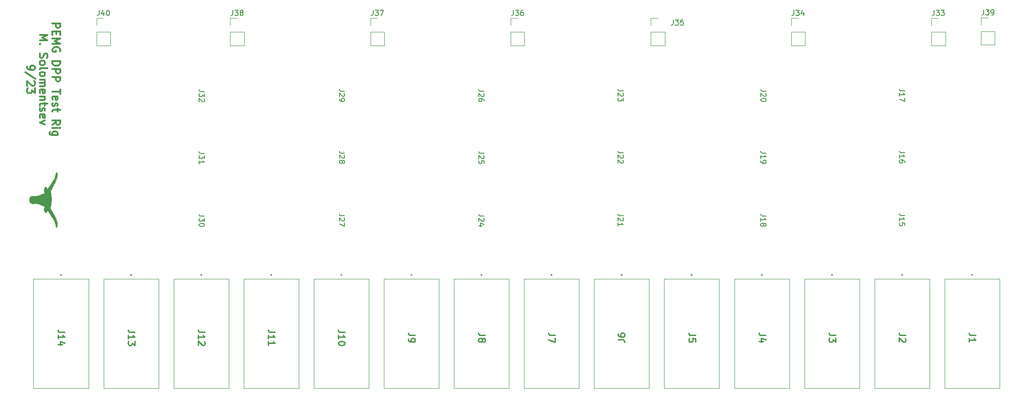
<source format=gbr>
%TF.GenerationSoftware,KiCad,Pcbnew,(6.0.1)*%
%TF.CreationDate,2023-09-19T13:45:29-05:00*%
%TF.ProjectId,TestMotherboard,54657374-4d6f-4746-9865-72626f617264,rev?*%
%TF.SameCoordinates,Original*%
%TF.FileFunction,Legend,Top*%
%TF.FilePolarity,Positive*%
%FSLAX46Y46*%
G04 Gerber Fmt 4.6, Leading zero omitted, Abs format (unit mm)*
G04 Created by KiCad (PCBNEW (6.0.1)) date 2023-09-19 13:45:29*
%MOMM*%
%LPD*%
G01*
G04 APERTURE LIST*
%ADD10C,0.300000*%
%ADD11C,0.150000*%
%ADD12C,0.254000*%
%ADD13C,0.010000*%
%ADD14C,0.120000*%
%ADD15C,0.100000*%
%ADD16C,0.200000*%
G04 APERTURE END LIST*
D10*
X45236428Y-58321428D02*
X46736428Y-58321428D01*
X46736428Y-58892857D01*
X46665000Y-59035714D01*
X46593571Y-59107142D01*
X46450714Y-59178571D01*
X46236428Y-59178571D01*
X46093571Y-59107142D01*
X46022142Y-59035714D01*
X45950714Y-58892857D01*
X45950714Y-58321428D01*
X46022142Y-59821428D02*
X46022142Y-60321428D01*
X45236428Y-60535714D02*
X45236428Y-59821428D01*
X46736428Y-59821428D01*
X46736428Y-60535714D01*
X45236428Y-61178571D02*
X46736428Y-61178571D01*
X45665000Y-61678571D01*
X46736428Y-62178571D01*
X45236428Y-62178571D01*
X46665000Y-63678571D02*
X46736428Y-63535714D01*
X46736428Y-63321428D01*
X46665000Y-63107142D01*
X46522142Y-62964285D01*
X46379285Y-62892857D01*
X46093571Y-62821428D01*
X45879285Y-62821428D01*
X45593571Y-62892857D01*
X45450714Y-62964285D01*
X45307857Y-63107142D01*
X45236428Y-63321428D01*
X45236428Y-63464285D01*
X45307857Y-63678571D01*
X45379285Y-63750000D01*
X45879285Y-63750000D01*
X45879285Y-63464285D01*
X45236428Y-65535714D02*
X46736428Y-65535714D01*
X46736428Y-65892857D01*
X46665000Y-66107142D01*
X46522142Y-66250000D01*
X46379285Y-66321428D01*
X46093571Y-66392857D01*
X45879285Y-66392857D01*
X45593571Y-66321428D01*
X45450714Y-66250000D01*
X45307857Y-66107142D01*
X45236428Y-65892857D01*
X45236428Y-65535714D01*
X45236428Y-67035714D02*
X46736428Y-67035714D01*
X46736428Y-67607142D01*
X46665000Y-67750000D01*
X46593571Y-67821428D01*
X46450714Y-67892857D01*
X46236428Y-67892857D01*
X46093571Y-67821428D01*
X46022142Y-67750000D01*
X45950714Y-67607142D01*
X45950714Y-67035714D01*
X45236428Y-68535714D02*
X46736428Y-68535714D01*
X46736428Y-69107142D01*
X46665000Y-69250000D01*
X46593571Y-69321428D01*
X46450714Y-69392857D01*
X46236428Y-69392857D01*
X46093571Y-69321428D01*
X46022142Y-69250000D01*
X45950714Y-69107142D01*
X45950714Y-68535714D01*
X46736428Y-70964285D02*
X46736428Y-71821428D01*
X45236428Y-71392857D02*
X46736428Y-71392857D01*
X45307857Y-72892857D02*
X45236428Y-72750000D01*
X45236428Y-72464285D01*
X45307857Y-72321428D01*
X45450714Y-72250000D01*
X46022142Y-72250000D01*
X46165000Y-72321428D01*
X46236428Y-72464285D01*
X46236428Y-72750000D01*
X46165000Y-72892857D01*
X46022142Y-72964285D01*
X45879285Y-72964285D01*
X45736428Y-72250000D01*
X45307857Y-73535714D02*
X45236428Y-73678571D01*
X45236428Y-73964285D01*
X45307857Y-74107142D01*
X45450714Y-74178571D01*
X45522142Y-74178571D01*
X45665000Y-74107142D01*
X45736428Y-73964285D01*
X45736428Y-73750000D01*
X45807857Y-73607142D01*
X45950714Y-73535714D01*
X46022142Y-73535714D01*
X46165000Y-73607142D01*
X46236428Y-73750000D01*
X46236428Y-73964285D01*
X46165000Y-74107142D01*
X46236428Y-74607142D02*
X46236428Y-75178571D01*
X46736428Y-74821428D02*
X45450714Y-74821428D01*
X45307857Y-74892857D01*
X45236428Y-75035714D01*
X45236428Y-75178571D01*
X45236428Y-77678571D02*
X45950714Y-77178571D01*
X45236428Y-76821428D02*
X46736428Y-76821428D01*
X46736428Y-77392857D01*
X46665000Y-77535714D01*
X46593571Y-77607142D01*
X46450714Y-77678571D01*
X46236428Y-77678571D01*
X46093571Y-77607142D01*
X46022142Y-77535714D01*
X45950714Y-77392857D01*
X45950714Y-76821428D01*
X45236428Y-78321428D02*
X46236428Y-78321428D01*
X46736428Y-78321428D02*
X46665000Y-78250000D01*
X46593571Y-78321428D01*
X46665000Y-78392857D01*
X46736428Y-78321428D01*
X46593571Y-78321428D01*
X46236428Y-79678571D02*
X45022142Y-79678571D01*
X44879285Y-79607142D01*
X44807857Y-79535714D01*
X44736428Y-79392857D01*
X44736428Y-79178571D01*
X44807857Y-79035714D01*
X45307857Y-79678571D02*
X45236428Y-79535714D01*
X45236428Y-79250000D01*
X45307857Y-79107142D01*
X45379285Y-79035714D01*
X45522142Y-78964285D01*
X45950714Y-78964285D01*
X46093571Y-79035714D01*
X46165000Y-79107142D01*
X46236428Y-79250000D01*
X46236428Y-79535714D01*
X46165000Y-79678571D01*
X42821428Y-60535714D02*
X44321428Y-60535714D01*
X43250000Y-61035714D01*
X44321428Y-61535714D01*
X42821428Y-61535714D01*
X42964285Y-62250000D02*
X42892857Y-62321428D01*
X42821428Y-62250000D01*
X42892857Y-62178571D01*
X42964285Y-62250000D01*
X42821428Y-62250000D01*
X42892857Y-64035714D02*
X42821428Y-64250000D01*
X42821428Y-64607142D01*
X42892857Y-64750000D01*
X42964285Y-64821428D01*
X43107142Y-64892857D01*
X43250000Y-64892857D01*
X43392857Y-64821428D01*
X43464285Y-64750000D01*
X43535714Y-64607142D01*
X43607142Y-64321428D01*
X43678571Y-64178571D01*
X43750000Y-64107142D01*
X43892857Y-64035714D01*
X44035714Y-64035714D01*
X44178571Y-64107142D01*
X44250000Y-64178571D01*
X44321428Y-64321428D01*
X44321428Y-64678571D01*
X44250000Y-64892857D01*
X42821428Y-65750000D02*
X42892857Y-65607142D01*
X42964285Y-65535714D01*
X43107142Y-65464285D01*
X43535714Y-65464285D01*
X43678571Y-65535714D01*
X43750000Y-65607142D01*
X43821428Y-65750000D01*
X43821428Y-65964285D01*
X43750000Y-66107142D01*
X43678571Y-66178571D01*
X43535714Y-66250000D01*
X43107142Y-66250000D01*
X42964285Y-66178571D01*
X42892857Y-66107142D01*
X42821428Y-65964285D01*
X42821428Y-65750000D01*
X42821428Y-67107142D02*
X42892857Y-66964285D01*
X43035714Y-66892857D01*
X44321428Y-66892857D01*
X42821428Y-67892857D02*
X42892857Y-67750000D01*
X42964285Y-67678571D01*
X43107142Y-67607142D01*
X43535714Y-67607142D01*
X43678571Y-67678571D01*
X43750000Y-67750000D01*
X43821428Y-67892857D01*
X43821428Y-68107142D01*
X43750000Y-68250000D01*
X43678571Y-68321428D01*
X43535714Y-68392857D01*
X43107142Y-68392857D01*
X42964285Y-68321428D01*
X42892857Y-68250000D01*
X42821428Y-68107142D01*
X42821428Y-67892857D01*
X42821428Y-69035714D02*
X43821428Y-69035714D01*
X43678571Y-69035714D02*
X43750000Y-69107142D01*
X43821428Y-69250000D01*
X43821428Y-69464285D01*
X43750000Y-69607142D01*
X43607142Y-69678571D01*
X42821428Y-69678571D01*
X43607142Y-69678571D02*
X43750000Y-69750000D01*
X43821428Y-69892857D01*
X43821428Y-70107142D01*
X43750000Y-70250000D01*
X43607142Y-70321428D01*
X42821428Y-70321428D01*
X42892857Y-71607142D02*
X42821428Y-71464285D01*
X42821428Y-71178571D01*
X42892857Y-71035714D01*
X43035714Y-70964285D01*
X43607142Y-70964285D01*
X43750000Y-71035714D01*
X43821428Y-71178571D01*
X43821428Y-71464285D01*
X43750000Y-71607142D01*
X43607142Y-71678571D01*
X43464285Y-71678571D01*
X43321428Y-70964285D01*
X43821428Y-72321428D02*
X42821428Y-72321428D01*
X43678571Y-72321428D02*
X43750000Y-72392857D01*
X43821428Y-72535714D01*
X43821428Y-72750000D01*
X43750000Y-72892857D01*
X43607142Y-72964285D01*
X42821428Y-72964285D01*
X43821428Y-73464285D02*
X43821428Y-74035714D01*
X44321428Y-73678571D02*
X43035714Y-73678571D01*
X42892857Y-73750000D01*
X42821428Y-73892857D01*
X42821428Y-74035714D01*
X42892857Y-74464285D02*
X42821428Y-74607142D01*
X42821428Y-74892857D01*
X42892857Y-75035714D01*
X43035714Y-75107142D01*
X43107142Y-75107142D01*
X43250000Y-75035714D01*
X43321428Y-74892857D01*
X43321428Y-74678571D01*
X43392857Y-74535714D01*
X43535714Y-74464285D01*
X43607142Y-74464285D01*
X43750000Y-74535714D01*
X43821428Y-74678571D01*
X43821428Y-74892857D01*
X43750000Y-75035714D01*
X42892857Y-76321428D02*
X42821428Y-76178571D01*
X42821428Y-75892857D01*
X42892857Y-75750000D01*
X43035714Y-75678571D01*
X43607142Y-75678571D01*
X43750000Y-75750000D01*
X43821428Y-75892857D01*
X43821428Y-76178571D01*
X43750000Y-76321428D01*
X43607142Y-76392857D01*
X43464285Y-76392857D01*
X43321428Y-75678571D01*
X43821428Y-76892857D02*
X42821428Y-77250000D01*
X43821428Y-77607142D01*
X40406428Y-66500000D02*
X40406428Y-66785714D01*
X40477857Y-66928571D01*
X40549285Y-67000000D01*
X40763571Y-67142857D01*
X41049285Y-67214285D01*
X41620714Y-67214285D01*
X41763571Y-67142857D01*
X41835000Y-67071428D01*
X41906428Y-66928571D01*
X41906428Y-66642857D01*
X41835000Y-66500000D01*
X41763571Y-66428571D01*
X41620714Y-66357142D01*
X41263571Y-66357142D01*
X41120714Y-66428571D01*
X41049285Y-66500000D01*
X40977857Y-66642857D01*
X40977857Y-66928571D01*
X41049285Y-67071428D01*
X41120714Y-67142857D01*
X41263571Y-67214285D01*
X41977857Y-68928571D02*
X40049285Y-67642857D01*
X41763571Y-69357142D02*
X41835000Y-69428571D01*
X41906428Y-69571428D01*
X41906428Y-69928571D01*
X41835000Y-70071428D01*
X41763571Y-70142857D01*
X41620714Y-70214285D01*
X41477857Y-70214285D01*
X41263571Y-70142857D01*
X40406428Y-69285714D01*
X40406428Y-70214285D01*
X41906428Y-70714285D02*
X41906428Y-71642857D01*
X41335000Y-71142857D01*
X41335000Y-71357142D01*
X41263571Y-71500000D01*
X41192142Y-71571428D01*
X41049285Y-71642857D01*
X40692142Y-71642857D01*
X40549285Y-71571428D01*
X40477857Y-71500000D01*
X40406428Y-71357142D01*
X40406428Y-70928571D01*
X40477857Y-70785714D01*
X40549285Y-70714285D01*
D11*
%TO.C,J17*%
X208015619Y-71193476D02*
X207301333Y-71193476D01*
X207158476Y-71145857D01*
X207063238Y-71050619D01*
X207015619Y-70907761D01*
X207015619Y-70812523D01*
X207015619Y-72193476D02*
X207015619Y-71622047D01*
X207015619Y-71907761D02*
X208015619Y-71907761D01*
X207872761Y-71812523D01*
X207777523Y-71717285D01*
X207729904Y-71622047D01*
X208015619Y-72526809D02*
X208015619Y-73193476D01*
X207015619Y-72764904D01*
%TO.C,J16*%
X208015619Y-83043476D02*
X207301333Y-83043476D01*
X207158476Y-82995857D01*
X207063238Y-82900619D01*
X207015619Y-82757761D01*
X207015619Y-82662523D01*
X207015619Y-84043476D02*
X207015619Y-83472047D01*
X207015619Y-83757761D02*
X208015619Y-83757761D01*
X207872761Y-83662523D01*
X207777523Y-83567285D01*
X207729904Y-83472047D01*
X208015619Y-84900619D02*
X208015619Y-84710142D01*
X207968000Y-84614904D01*
X207920380Y-84567285D01*
X207777523Y-84472047D01*
X207587047Y-84424428D01*
X207206095Y-84424428D01*
X207110857Y-84472047D01*
X207063238Y-84519666D01*
X207015619Y-84614904D01*
X207015619Y-84805380D01*
X207063238Y-84900619D01*
X207110857Y-84948238D01*
X207206095Y-84995857D01*
X207444190Y-84995857D01*
X207539428Y-84948238D01*
X207587047Y-84900619D01*
X207634666Y-84805380D01*
X207634666Y-84614904D01*
X207587047Y-84519666D01*
X207539428Y-84472047D01*
X207444190Y-84424428D01*
%TO.C,J15*%
X208015619Y-95043476D02*
X207301333Y-95043476D01*
X207158476Y-94995857D01*
X207063238Y-94900619D01*
X207015619Y-94757761D01*
X207015619Y-94662523D01*
X207015619Y-96043476D02*
X207015619Y-95472047D01*
X207015619Y-95757761D02*
X208015619Y-95757761D01*
X207872761Y-95662523D01*
X207777523Y-95567285D01*
X207729904Y-95472047D01*
X208015619Y-96948238D02*
X208015619Y-96472047D01*
X207539428Y-96424428D01*
X207587047Y-96472047D01*
X207634666Y-96567285D01*
X207634666Y-96805380D01*
X207587047Y-96900619D01*
X207539428Y-96948238D01*
X207444190Y-96995857D01*
X207206095Y-96995857D01*
X207110857Y-96948238D01*
X207063238Y-96900619D01*
X207015619Y-96805380D01*
X207015619Y-96567285D01*
X207063238Y-96472047D01*
X207110857Y-96424428D01*
%TO.C,J18*%
X181569019Y-95124476D02*
X180854733Y-95124476D01*
X180711876Y-95076857D01*
X180616638Y-94981619D01*
X180569019Y-94838761D01*
X180569019Y-94743523D01*
X180569019Y-96124476D02*
X180569019Y-95553047D01*
X180569019Y-95838761D02*
X181569019Y-95838761D01*
X181426161Y-95743523D01*
X181330923Y-95648285D01*
X181283304Y-95553047D01*
X181140447Y-96695904D02*
X181188066Y-96600666D01*
X181235685Y-96553047D01*
X181330923Y-96505428D01*
X181378542Y-96505428D01*
X181473780Y-96553047D01*
X181521400Y-96600666D01*
X181569019Y-96695904D01*
X181569019Y-96886380D01*
X181521400Y-96981619D01*
X181473780Y-97029238D01*
X181378542Y-97076857D01*
X181330923Y-97076857D01*
X181235685Y-97029238D01*
X181188066Y-96981619D01*
X181140447Y-96886380D01*
X181140447Y-96695904D01*
X181092828Y-96600666D01*
X181045209Y-96553047D01*
X180949971Y-96505428D01*
X180759495Y-96505428D01*
X180664257Y-96553047D01*
X180616638Y-96600666D01*
X180569019Y-96695904D01*
X180569019Y-96886380D01*
X180616638Y-96981619D01*
X180664257Y-97029238D01*
X180759495Y-97076857D01*
X180949971Y-97076857D01*
X181045209Y-97029238D01*
X181092828Y-96981619D01*
X181140447Y-96886380D01*
%TO.C,J19*%
X181569019Y-83124476D02*
X180854733Y-83124476D01*
X180711876Y-83076857D01*
X180616638Y-82981619D01*
X180569019Y-82838761D01*
X180569019Y-82743523D01*
X180569019Y-84124476D02*
X180569019Y-83553047D01*
X180569019Y-83838761D02*
X181569019Y-83838761D01*
X181426161Y-83743523D01*
X181330923Y-83648285D01*
X181283304Y-83553047D01*
X180569019Y-84600666D02*
X180569019Y-84791142D01*
X180616638Y-84886380D01*
X180664257Y-84934000D01*
X180807114Y-85029238D01*
X180997590Y-85076857D01*
X181378542Y-85076857D01*
X181473780Y-85029238D01*
X181521400Y-84981619D01*
X181569019Y-84886380D01*
X181569019Y-84695904D01*
X181521400Y-84600666D01*
X181473780Y-84553047D01*
X181378542Y-84505428D01*
X181140447Y-84505428D01*
X181045209Y-84553047D01*
X180997590Y-84600666D01*
X180949971Y-84695904D01*
X180949971Y-84886380D01*
X180997590Y-84981619D01*
X181045209Y-85029238D01*
X181140447Y-85076857D01*
%TO.C,J20*%
X181569019Y-71274476D02*
X180854733Y-71274476D01*
X180711876Y-71226857D01*
X180616638Y-71131619D01*
X180569019Y-70988761D01*
X180569019Y-70893523D01*
X181473780Y-71703047D02*
X181521400Y-71750666D01*
X181569019Y-71845904D01*
X181569019Y-72084000D01*
X181521400Y-72179238D01*
X181473780Y-72226857D01*
X181378542Y-72274476D01*
X181283304Y-72274476D01*
X181140447Y-72226857D01*
X180569019Y-71655428D01*
X180569019Y-72274476D01*
X181569019Y-72893523D02*
X181569019Y-72988761D01*
X181521400Y-73084000D01*
X181473780Y-73131619D01*
X181378542Y-73179238D01*
X181188066Y-73226857D01*
X180949971Y-73226857D01*
X180759495Y-73179238D01*
X180664257Y-73131619D01*
X180616638Y-73084000D01*
X180569019Y-72988761D01*
X180569019Y-72893523D01*
X180616638Y-72798285D01*
X180664257Y-72750666D01*
X180759495Y-72703047D01*
X180949971Y-72655428D01*
X181188066Y-72655428D01*
X181378542Y-72703047D01*
X181473780Y-72750666D01*
X181521400Y-72798285D01*
X181569019Y-72893523D01*
%TO.C,J22*%
X154297419Y-83070476D02*
X153583133Y-83070476D01*
X153440276Y-83022857D01*
X153345038Y-82927619D01*
X153297419Y-82784761D01*
X153297419Y-82689523D01*
X154202180Y-83499047D02*
X154249800Y-83546666D01*
X154297419Y-83641904D01*
X154297419Y-83880000D01*
X154249800Y-83975238D01*
X154202180Y-84022857D01*
X154106942Y-84070476D01*
X154011704Y-84070476D01*
X153868847Y-84022857D01*
X153297419Y-83451428D01*
X153297419Y-84070476D01*
X154202180Y-84451428D02*
X154249800Y-84499047D01*
X154297419Y-84594285D01*
X154297419Y-84832380D01*
X154249800Y-84927619D01*
X154202180Y-84975238D01*
X154106942Y-85022857D01*
X154011704Y-85022857D01*
X153868847Y-84975238D01*
X153297419Y-84403809D01*
X153297419Y-85022857D01*
%TO.C,J21*%
X154297419Y-95070476D02*
X153583133Y-95070476D01*
X153440276Y-95022857D01*
X153345038Y-94927619D01*
X153297419Y-94784761D01*
X153297419Y-94689523D01*
X154202180Y-95499047D02*
X154249800Y-95546666D01*
X154297419Y-95641904D01*
X154297419Y-95880000D01*
X154249800Y-95975238D01*
X154202180Y-96022857D01*
X154106942Y-96070476D01*
X154011704Y-96070476D01*
X153868847Y-96022857D01*
X153297419Y-95451428D01*
X153297419Y-96070476D01*
X153297419Y-97022857D02*
X153297419Y-96451428D01*
X153297419Y-96737142D02*
X154297419Y-96737142D01*
X154154561Y-96641904D01*
X154059323Y-96546666D01*
X154011704Y-96451428D01*
%TO.C,J23*%
X154297419Y-71220476D02*
X153583133Y-71220476D01*
X153440276Y-71172857D01*
X153345038Y-71077619D01*
X153297419Y-70934761D01*
X153297419Y-70839523D01*
X154202180Y-71649047D02*
X154249800Y-71696666D01*
X154297419Y-71791904D01*
X154297419Y-72030000D01*
X154249800Y-72125238D01*
X154202180Y-72172857D01*
X154106942Y-72220476D01*
X154011704Y-72220476D01*
X153868847Y-72172857D01*
X153297419Y-71601428D01*
X153297419Y-72220476D01*
X154297419Y-72553809D02*
X154297419Y-73172857D01*
X153916466Y-72839523D01*
X153916466Y-72982380D01*
X153868847Y-73077619D01*
X153821228Y-73125238D01*
X153725990Y-73172857D01*
X153487895Y-73172857D01*
X153392657Y-73125238D01*
X153345038Y-73077619D01*
X153297419Y-72982380D01*
X153297419Y-72696666D01*
X153345038Y-72601428D01*
X153392657Y-72553809D01*
%TO.C,J24*%
X127675819Y-95151476D02*
X126961533Y-95151476D01*
X126818676Y-95103857D01*
X126723438Y-95008619D01*
X126675819Y-94865761D01*
X126675819Y-94770523D01*
X127580580Y-95580047D02*
X127628200Y-95627666D01*
X127675819Y-95722904D01*
X127675819Y-95961000D01*
X127628200Y-96056238D01*
X127580580Y-96103857D01*
X127485342Y-96151476D01*
X127390104Y-96151476D01*
X127247247Y-96103857D01*
X126675819Y-95532428D01*
X126675819Y-96151476D01*
X127342485Y-97008619D02*
X126675819Y-97008619D01*
X127723438Y-96770523D02*
X127009152Y-96532428D01*
X127009152Y-97151476D01*
%TO.C,J25*%
X127675819Y-83151476D02*
X126961533Y-83151476D01*
X126818676Y-83103857D01*
X126723438Y-83008619D01*
X126675819Y-82865761D01*
X126675819Y-82770523D01*
X127580580Y-83580047D02*
X127628200Y-83627666D01*
X127675819Y-83722904D01*
X127675819Y-83961000D01*
X127628200Y-84056238D01*
X127580580Y-84103857D01*
X127485342Y-84151476D01*
X127390104Y-84151476D01*
X127247247Y-84103857D01*
X126675819Y-83532428D01*
X126675819Y-84151476D01*
X127675819Y-85056238D02*
X127675819Y-84580047D01*
X127199628Y-84532428D01*
X127247247Y-84580047D01*
X127294866Y-84675285D01*
X127294866Y-84913380D01*
X127247247Y-85008619D01*
X127199628Y-85056238D01*
X127104390Y-85103857D01*
X126866295Y-85103857D01*
X126771057Y-85056238D01*
X126723438Y-85008619D01*
X126675819Y-84913380D01*
X126675819Y-84675285D01*
X126723438Y-84580047D01*
X126771057Y-84532428D01*
%TO.C,J26*%
X127675819Y-71301476D02*
X126961533Y-71301476D01*
X126818676Y-71253857D01*
X126723438Y-71158619D01*
X126675819Y-71015761D01*
X126675819Y-70920523D01*
X127580580Y-71730047D02*
X127628200Y-71777666D01*
X127675819Y-71872904D01*
X127675819Y-72111000D01*
X127628200Y-72206238D01*
X127580580Y-72253857D01*
X127485342Y-72301476D01*
X127390104Y-72301476D01*
X127247247Y-72253857D01*
X126675819Y-71682428D01*
X126675819Y-72301476D01*
X127675819Y-73158619D02*
X127675819Y-72968142D01*
X127628200Y-72872904D01*
X127580580Y-72825285D01*
X127437723Y-72730047D01*
X127247247Y-72682428D01*
X126866295Y-72682428D01*
X126771057Y-72730047D01*
X126723438Y-72777666D01*
X126675819Y-72872904D01*
X126675819Y-73063380D01*
X126723438Y-73158619D01*
X126771057Y-73206238D01*
X126866295Y-73253857D01*
X127104390Y-73253857D01*
X127199628Y-73206238D01*
X127247247Y-73158619D01*
X127294866Y-73063380D01*
X127294866Y-72872904D01*
X127247247Y-72777666D01*
X127199628Y-72730047D01*
X127104390Y-72682428D01*
%TO.C,J27*%
X101054219Y-95097476D02*
X100339933Y-95097476D01*
X100197076Y-95049857D01*
X100101838Y-94954619D01*
X100054219Y-94811761D01*
X100054219Y-94716523D01*
X100958980Y-95526047D02*
X101006600Y-95573666D01*
X101054219Y-95668904D01*
X101054219Y-95907000D01*
X101006600Y-96002238D01*
X100958980Y-96049857D01*
X100863742Y-96097476D01*
X100768504Y-96097476D01*
X100625647Y-96049857D01*
X100054219Y-95478428D01*
X100054219Y-96097476D01*
X101054219Y-96430809D02*
X101054219Y-97097476D01*
X100054219Y-96668904D01*
%TO.C,J28*%
X101054219Y-83097476D02*
X100339933Y-83097476D01*
X100197076Y-83049857D01*
X100101838Y-82954619D01*
X100054219Y-82811761D01*
X100054219Y-82716523D01*
X100958980Y-83526047D02*
X101006600Y-83573666D01*
X101054219Y-83668904D01*
X101054219Y-83907000D01*
X101006600Y-84002238D01*
X100958980Y-84049857D01*
X100863742Y-84097476D01*
X100768504Y-84097476D01*
X100625647Y-84049857D01*
X100054219Y-83478428D01*
X100054219Y-84097476D01*
X100625647Y-84668904D02*
X100673266Y-84573666D01*
X100720885Y-84526047D01*
X100816123Y-84478428D01*
X100863742Y-84478428D01*
X100958980Y-84526047D01*
X101006600Y-84573666D01*
X101054219Y-84668904D01*
X101054219Y-84859380D01*
X101006600Y-84954619D01*
X100958980Y-85002238D01*
X100863742Y-85049857D01*
X100816123Y-85049857D01*
X100720885Y-85002238D01*
X100673266Y-84954619D01*
X100625647Y-84859380D01*
X100625647Y-84668904D01*
X100578028Y-84573666D01*
X100530409Y-84526047D01*
X100435171Y-84478428D01*
X100244695Y-84478428D01*
X100149457Y-84526047D01*
X100101838Y-84573666D01*
X100054219Y-84668904D01*
X100054219Y-84859380D01*
X100101838Y-84954619D01*
X100149457Y-85002238D01*
X100244695Y-85049857D01*
X100435171Y-85049857D01*
X100530409Y-85002238D01*
X100578028Y-84954619D01*
X100625647Y-84859380D01*
%TO.C,J29*%
X101054219Y-71247476D02*
X100339933Y-71247476D01*
X100197076Y-71199857D01*
X100101838Y-71104619D01*
X100054219Y-70961761D01*
X100054219Y-70866523D01*
X100958980Y-71676047D02*
X101006600Y-71723666D01*
X101054219Y-71818904D01*
X101054219Y-72057000D01*
X101006600Y-72152238D01*
X100958980Y-72199857D01*
X100863742Y-72247476D01*
X100768504Y-72247476D01*
X100625647Y-72199857D01*
X100054219Y-71628428D01*
X100054219Y-72247476D01*
X100054219Y-72723666D02*
X100054219Y-72914142D01*
X100101838Y-73009380D01*
X100149457Y-73057000D01*
X100292314Y-73152238D01*
X100482790Y-73199857D01*
X100863742Y-73199857D01*
X100958980Y-73152238D01*
X101006600Y-73104619D01*
X101054219Y-73009380D01*
X101054219Y-72818904D01*
X101006600Y-72723666D01*
X100958980Y-72676047D01*
X100863742Y-72628428D01*
X100625647Y-72628428D01*
X100530409Y-72676047D01*
X100482790Y-72723666D01*
X100435171Y-72818904D01*
X100435171Y-73009380D01*
X100482790Y-73104619D01*
X100530409Y-73152238D01*
X100625647Y-73199857D01*
%TO.C,J30*%
X74282619Y-95178476D02*
X73568333Y-95178476D01*
X73425476Y-95130857D01*
X73330238Y-95035619D01*
X73282619Y-94892761D01*
X73282619Y-94797523D01*
X74282619Y-95559428D02*
X74282619Y-96178476D01*
X73901666Y-95845142D01*
X73901666Y-95988000D01*
X73854047Y-96083238D01*
X73806428Y-96130857D01*
X73711190Y-96178476D01*
X73473095Y-96178476D01*
X73377857Y-96130857D01*
X73330238Y-96083238D01*
X73282619Y-95988000D01*
X73282619Y-95702285D01*
X73330238Y-95607047D01*
X73377857Y-95559428D01*
X74282619Y-96797523D02*
X74282619Y-96892761D01*
X74235000Y-96988000D01*
X74187380Y-97035619D01*
X74092142Y-97083238D01*
X73901666Y-97130857D01*
X73663571Y-97130857D01*
X73473095Y-97083238D01*
X73377857Y-97035619D01*
X73330238Y-96988000D01*
X73282619Y-96892761D01*
X73282619Y-96797523D01*
X73330238Y-96702285D01*
X73377857Y-96654666D01*
X73473095Y-96607047D01*
X73663571Y-96559428D01*
X73901666Y-96559428D01*
X74092142Y-96607047D01*
X74187380Y-96654666D01*
X74235000Y-96702285D01*
X74282619Y-96797523D01*
%TO.C,J31*%
X74282619Y-83178476D02*
X73568333Y-83178476D01*
X73425476Y-83130857D01*
X73330238Y-83035619D01*
X73282619Y-82892761D01*
X73282619Y-82797523D01*
X74282619Y-83559428D02*
X74282619Y-84178476D01*
X73901666Y-83845142D01*
X73901666Y-83988000D01*
X73854047Y-84083238D01*
X73806428Y-84130857D01*
X73711190Y-84178476D01*
X73473095Y-84178476D01*
X73377857Y-84130857D01*
X73330238Y-84083238D01*
X73282619Y-83988000D01*
X73282619Y-83702285D01*
X73330238Y-83607047D01*
X73377857Y-83559428D01*
X73282619Y-85130857D02*
X73282619Y-84559428D01*
X73282619Y-84845142D02*
X74282619Y-84845142D01*
X74139761Y-84749904D01*
X74044523Y-84654666D01*
X73996904Y-84559428D01*
%TO.C,J32*%
X74282619Y-71328476D02*
X73568333Y-71328476D01*
X73425476Y-71280857D01*
X73330238Y-71185619D01*
X73282619Y-71042761D01*
X73282619Y-70947523D01*
X74282619Y-71709428D02*
X74282619Y-72328476D01*
X73901666Y-71995142D01*
X73901666Y-72138000D01*
X73854047Y-72233238D01*
X73806428Y-72280857D01*
X73711190Y-72328476D01*
X73473095Y-72328476D01*
X73377857Y-72280857D01*
X73330238Y-72233238D01*
X73282619Y-72138000D01*
X73282619Y-71852285D01*
X73330238Y-71757047D01*
X73377857Y-71709428D01*
X74187380Y-72709428D02*
X74235000Y-72757047D01*
X74282619Y-72852285D01*
X74282619Y-73090380D01*
X74235000Y-73185619D01*
X74187380Y-73233238D01*
X74092142Y-73280857D01*
X73996904Y-73280857D01*
X73854047Y-73233238D01*
X73282619Y-72661809D01*
X73282619Y-73280857D01*
%TO.C,J40*%
X54190476Y-55796380D02*
X54190476Y-56510666D01*
X54142857Y-56653523D01*
X54047619Y-56748761D01*
X53904761Y-56796380D01*
X53809523Y-56796380D01*
X55095238Y-56129714D02*
X55095238Y-56796380D01*
X54857142Y-55748761D02*
X54619047Y-56463047D01*
X55238095Y-56463047D01*
X55809523Y-55796380D02*
X55904761Y-55796380D01*
X56000000Y-55844000D01*
X56047619Y-55891619D01*
X56095238Y-55986857D01*
X56142857Y-56177333D01*
X56142857Y-56415428D01*
X56095238Y-56605904D01*
X56047619Y-56701142D01*
X56000000Y-56748761D01*
X55904761Y-56796380D01*
X55809523Y-56796380D01*
X55714285Y-56748761D01*
X55666666Y-56701142D01*
X55619047Y-56605904D01*
X55571428Y-56415428D01*
X55571428Y-56177333D01*
X55619047Y-55986857D01*
X55666666Y-55891619D01*
X55714285Y-55844000D01*
X55809523Y-55796380D01*
%TO.C,J34*%
X186876226Y-55796380D02*
X186876226Y-56510666D01*
X186828607Y-56653523D01*
X186733369Y-56748761D01*
X186590511Y-56796380D01*
X186495273Y-56796380D01*
X187257178Y-55796380D02*
X187876226Y-55796380D01*
X187542892Y-56177333D01*
X187685750Y-56177333D01*
X187780988Y-56224952D01*
X187828607Y-56272571D01*
X187876226Y-56367809D01*
X187876226Y-56605904D01*
X187828607Y-56701142D01*
X187780988Y-56748761D01*
X187685750Y-56796380D01*
X187400035Y-56796380D01*
X187304797Y-56748761D01*
X187257178Y-56701142D01*
X188733369Y-56129714D02*
X188733369Y-56796380D01*
X188495273Y-55748761D02*
X188257178Y-56463047D01*
X188876226Y-56463047D01*
%TO.C,J35*%
X163835726Y-57626380D02*
X163835726Y-58340666D01*
X163788107Y-58483523D01*
X163692869Y-58578761D01*
X163550011Y-58626380D01*
X163454773Y-58626380D01*
X164216678Y-57626380D02*
X164835726Y-57626380D01*
X164502392Y-58007333D01*
X164645250Y-58007333D01*
X164740488Y-58054952D01*
X164788107Y-58102571D01*
X164835726Y-58197809D01*
X164835726Y-58435904D01*
X164788107Y-58531142D01*
X164740488Y-58578761D01*
X164645250Y-58626380D01*
X164359535Y-58626380D01*
X164264297Y-58578761D01*
X164216678Y-58531142D01*
X165740488Y-57626380D02*
X165264297Y-57626380D01*
X165216678Y-58102571D01*
X165264297Y-58054952D01*
X165359535Y-58007333D01*
X165597630Y-58007333D01*
X165692869Y-58054952D01*
X165740488Y-58102571D01*
X165788107Y-58197809D01*
X165788107Y-58435904D01*
X165740488Y-58531142D01*
X165692869Y-58578761D01*
X165597630Y-58626380D01*
X165359535Y-58626380D01*
X165264297Y-58578761D01*
X165216678Y-58531142D01*
%TO.C,J36*%
X133295226Y-55796380D02*
X133295226Y-56510666D01*
X133247607Y-56653523D01*
X133152369Y-56748761D01*
X133009511Y-56796380D01*
X132914273Y-56796380D01*
X133676178Y-55796380D02*
X134295226Y-55796380D01*
X133961892Y-56177333D01*
X134104750Y-56177333D01*
X134199988Y-56224952D01*
X134247607Y-56272571D01*
X134295226Y-56367809D01*
X134295226Y-56605904D01*
X134247607Y-56701142D01*
X134199988Y-56748761D01*
X134104750Y-56796380D01*
X133819035Y-56796380D01*
X133723797Y-56748761D01*
X133676178Y-56701142D01*
X135152369Y-55796380D02*
X134961892Y-55796380D01*
X134866654Y-55844000D01*
X134819035Y-55891619D01*
X134723797Y-56034476D01*
X134676178Y-56224952D01*
X134676178Y-56605904D01*
X134723797Y-56701142D01*
X134771416Y-56748761D01*
X134866654Y-56796380D01*
X135057130Y-56796380D01*
X135152369Y-56748761D01*
X135199988Y-56701142D01*
X135247607Y-56605904D01*
X135247607Y-56367809D01*
X135199988Y-56272571D01*
X135152369Y-56224952D01*
X135057130Y-56177333D01*
X134866654Y-56177333D01*
X134771416Y-56224952D01*
X134723797Y-56272571D01*
X134676178Y-56367809D01*
%TO.C,J39*%
X223130726Y-55674380D02*
X223130726Y-56388666D01*
X223083107Y-56531523D01*
X222987869Y-56626761D01*
X222845011Y-56674380D01*
X222749773Y-56674380D01*
X223511678Y-55674380D02*
X224130726Y-55674380D01*
X223797392Y-56055333D01*
X223940250Y-56055333D01*
X224035488Y-56102952D01*
X224083107Y-56150571D01*
X224130726Y-56245809D01*
X224130726Y-56483904D01*
X224083107Y-56579142D01*
X224035488Y-56626761D01*
X223940250Y-56674380D01*
X223654535Y-56674380D01*
X223559297Y-56626761D01*
X223511678Y-56579142D01*
X224606916Y-56674380D02*
X224797392Y-56674380D01*
X224892630Y-56626761D01*
X224940250Y-56579142D01*
X225035488Y-56436285D01*
X225083107Y-56245809D01*
X225083107Y-55864857D01*
X225035488Y-55769619D01*
X224987869Y-55722000D01*
X224892630Y-55674380D01*
X224702154Y-55674380D01*
X224606916Y-55722000D01*
X224559297Y-55769619D01*
X224511678Y-55864857D01*
X224511678Y-56102952D01*
X224559297Y-56198190D01*
X224606916Y-56245809D01*
X224702154Y-56293428D01*
X224892630Y-56293428D01*
X224987869Y-56245809D01*
X225035488Y-56198190D01*
X225083107Y-56102952D01*
D12*
%TO.C,J3*%
X194830030Y-117958666D02*
X193922887Y-117958666D01*
X193741458Y-117898190D01*
X193620506Y-117777238D01*
X193560030Y-117595809D01*
X193560030Y-117474857D01*
X194830030Y-118442476D02*
X194830030Y-119228666D01*
X194346220Y-118805333D01*
X194346220Y-118986761D01*
X194285744Y-119107714D01*
X194225268Y-119168190D01*
X194104315Y-119228666D01*
X193801934Y-119228666D01*
X193680982Y-119168190D01*
X193620506Y-119107714D01*
X193560030Y-118986761D01*
X193560030Y-118623904D01*
X193620506Y-118502952D01*
X193680982Y-118442476D01*
%TO.C,J7*%
X141283878Y-117958666D02*
X140376735Y-117958666D01*
X140195306Y-117898190D01*
X140074354Y-117777238D01*
X140013878Y-117595809D01*
X140013878Y-117474857D01*
X141283878Y-118442476D02*
X141283878Y-119289142D01*
X140013878Y-118744857D01*
%TO.C,J1*%
X221603106Y-117958666D02*
X220695963Y-117958666D01*
X220514534Y-117898190D01*
X220393582Y-117777238D01*
X220333106Y-117595809D01*
X220333106Y-117474857D01*
X220333106Y-119228666D02*
X220333106Y-118502952D01*
X220333106Y-118865809D02*
X221603106Y-118865809D01*
X221421677Y-118744857D01*
X221300725Y-118623904D01*
X221240249Y-118502952D01*
%TO.C,J12*%
X74351188Y-117353904D02*
X73444045Y-117353904D01*
X73262616Y-117293428D01*
X73141664Y-117172476D01*
X73081188Y-116991047D01*
X73081188Y-116870095D01*
X73081188Y-118623904D02*
X73081188Y-117898190D01*
X73081188Y-118261047D02*
X74351188Y-118261047D01*
X74169759Y-118140095D01*
X74048807Y-118019142D01*
X73988331Y-117898190D01*
X74230235Y-119107714D02*
X74290712Y-119168190D01*
X74351188Y-119289142D01*
X74351188Y-119591523D01*
X74290712Y-119712476D01*
X74230235Y-119772952D01*
X74109283Y-119833428D01*
X73988331Y-119833428D01*
X73806902Y-119772952D01*
X73081188Y-119047238D01*
X73081188Y-119833428D01*
%TO.C,J5*%
X168056954Y-117958666D02*
X167149811Y-117958666D01*
X166968382Y-117898190D01*
X166847430Y-117777238D01*
X166786954Y-117595809D01*
X166786954Y-117474857D01*
X168056954Y-119168190D02*
X168056954Y-118563428D01*
X167452192Y-118502952D01*
X167512668Y-118563428D01*
X167573144Y-118684380D01*
X167573144Y-118986761D01*
X167512668Y-119107714D01*
X167452192Y-119168190D01*
X167331239Y-119228666D01*
X167028858Y-119228666D01*
X166907906Y-119168190D01*
X166847430Y-119107714D01*
X166786954Y-118986761D01*
X166786954Y-118684380D01*
X166847430Y-118563428D01*
X166907906Y-118502952D01*
D11*
%TO.C,J37*%
X106504726Y-55796380D02*
X106504726Y-56510666D01*
X106457107Y-56653523D01*
X106361869Y-56748761D01*
X106219011Y-56796380D01*
X106123773Y-56796380D01*
X106885678Y-55796380D02*
X107504726Y-55796380D01*
X107171392Y-56177333D01*
X107314250Y-56177333D01*
X107409488Y-56224952D01*
X107457107Y-56272571D01*
X107504726Y-56367809D01*
X107504726Y-56605904D01*
X107457107Y-56701142D01*
X107409488Y-56748761D01*
X107314250Y-56796380D01*
X107028535Y-56796380D01*
X106933297Y-56748761D01*
X106885678Y-56701142D01*
X107838059Y-55796380D02*
X108504726Y-55796380D01*
X108076154Y-56796380D01*
D12*
%TO.C,J10*%
X101124264Y-117353904D02*
X100217121Y-117353904D01*
X100035692Y-117293428D01*
X99914740Y-117172476D01*
X99854264Y-116991047D01*
X99854264Y-116870095D01*
X99854264Y-118623904D02*
X99854264Y-117898190D01*
X99854264Y-118261047D02*
X101124264Y-118261047D01*
X100942835Y-118140095D01*
X100821883Y-118019142D01*
X100761407Y-117898190D01*
X101124264Y-119410095D02*
X101124264Y-119531047D01*
X101063788Y-119652000D01*
X101003311Y-119712476D01*
X100882359Y-119772952D01*
X100640454Y-119833428D01*
X100338073Y-119833428D01*
X100096168Y-119772952D01*
X99975216Y-119712476D01*
X99914740Y-119652000D01*
X99854264Y-119531047D01*
X99854264Y-119410095D01*
X99914740Y-119289142D01*
X99975216Y-119228666D01*
X100096168Y-119168190D01*
X100338073Y-119107714D01*
X100640454Y-119107714D01*
X100882359Y-119168190D01*
X101003311Y-119228666D01*
X101063788Y-119289142D01*
X101124264Y-119410095D01*
%TO.C,J4*%
X181443492Y-117958666D02*
X180536349Y-117958666D01*
X180354920Y-117898190D01*
X180233968Y-117777238D01*
X180173492Y-117595809D01*
X180173492Y-117474857D01*
X181020158Y-119107714D02*
X180173492Y-119107714D01*
X181503968Y-118805333D02*
X180596825Y-118502952D01*
X180596825Y-119289142D01*
%TO.C,J2*%
X208216568Y-117958666D02*
X207309425Y-117958666D01*
X207127996Y-117898190D01*
X207007044Y-117777238D01*
X206946568Y-117595809D01*
X206946568Y-117474857D01*
X208095615Y-118502952D02*
X208156092Y-118563428D01*
X208216568Y-118684380D01*
X208216568Y-118986761D01*
X208156092Y-119107714D01*
X208095615Y-119168190D01*
X207974663Y-119228666D01*
X207853711Y-119228666D01*
X207672282Y-119168190D01*
X206946568Y-118442476D01*
X206946568Y-119228666D01*
%TO.C,J6*%
X153279463Y-118805333D02*
X154186606Y-118805333D01*
X154368035Y-118865809D01*
X154488987Y-118986761D01*
X154549463Y-119168190D01*
X154549463Y-119289142D01*
X153279463Y-117656285D02*
X153279463Y-117898190D01*
X153339940Y-118019142D01*
X153400416Y-118079619D01*
X153581844Y-118200571D01*
X153823749Y-118261047D01*
X154307559Y-118261047D01*
X154428511Y-118200571D01*
X154488987Y-118140095D01*
X154549463Y-118019142D01*
X154549463Y-117777238D01*
X154488987Y-117656285D01*
X154428511Y-117595809D01*
X154307559Y-117535333D01*
X154005178Y-117535333D01*
X153884225Y-117595809D01*
X153823749Y-117656285D01*
X153763273Y-117777238D01*
X153763273Y-118019142D01*
X153823749Y-118140095D01*
X153884225Y-118200571D01*
X154005178Y-118261047D01*
%TO.C,J8*%
X127897340Y-117958666D02*
X126990197Y-117958666D01*
X126808768Y-117898190D01*
X126687816Y-117777238D01*
X126627340Y-117595809D01*
X126627340Y-117474857D01*
X127353054Y-118744857D02*
X127413530Y-118623904D01*
X127474006Y-118563428D01*
X127594959Y-118502952D01*
X127655435Y-118502952D01*
X127776387Y-118563428D01*
X127836864Y-118623904D01*
X127897340Y-118744857D01*
X127897340Y-118986761D01*
X127836864Y-119107714D01*
X127776387Y-119168190D01*
X127655435Y-119228666D01*
X127594959Y-119228666D01*
X127474006Y-119168190D01*
X127413530Y-119107714D01*
X127353054Y-118986761D01*
X127353054Y-118744857D01*
X127292578Y-118623904D01*
X127232102Y-118563428D01*
X127111149Y-118502952D01*
X126869244Y-118502952D01*
X126748292Y-118563428D01*
X126687816Y-118623904D01*
X126627340Y-118744857D01*
X126627340Y-118986761D01*
X126687816Y-119107714D01*
X126748292Y-119168190D01*
X126869244Y-119228666D01*
X127111149Y-119228666D01*
X127232102Y-119168190D01*
X127292578Y-119107714D01*
X127353054Y-118986761D01*
D11*
%TO.C,J38*%
X79714226Y-55796380D02*
X79714226Y-56510666D01*
X79666607Y-56653523D01*
X79571369Y-56748761D01*
X79428511Y-56796380D01*
X79333273Y-56796380D01*
X80095178Y-55796380D02*
X80714226Y-55796380D01*
X80380892Y-56177333D01*
X80523750Y-56177333D01*
X80618988Y-56224952D01*
X80666607Y-56272571D01*
X80714226Y-56367809D01*
X80714226Y-56605904D01*
X80666607Y-56701142D01*
X80618988Y-56748761D01*
X80523750Y-56796380D01*
X80238035Y-56796380D01*
X80142797Y-56748761D01*
X80095178Y-56701142D01*
X81285654Y-56224952D02*
X81190416Y-56177333D01*
X81142797Y-56129714D01*
X81095178Y-56034476D01*
X81095178Y-55986857D01*
X81142797Y-55891619D01*
X81190416Y-55844000D01*
X81285654Y-55796380D01*
X81476130Y-55796380D01*
X81571369Y-55844000D01*
X81618988Y-55891619D01*
X81666607Y-55986857D01*
X81666607Y-56034476D01*
X81618988Y-56129714D01*
X81571369Y-56177333D01*
X81476130Y-56224952D01*
X81285654Y-56224952D01*
X81190416Y-56272571D01*
X81142797Y-56320190D01*
X81095178Y-56415428D01*
X81095178Y-56605904D01*
X81142797Y-56701142D01*
X81190416Y-56748761D01*
X81285654Y-56796380D01*
X81476130Y-56796380D01*
X81571369Y-56748761D01*
X81618988Y-56701142D01*
X81666607Y-56605904D01*
X81666607Y-56415428D01*
X81618988Y-56320190D01*
X81571369Y-56272571D01*
X81476130Y-56224952D01*
D12*
%TO.C,J9*%
X114510802Y-117958666D02*
X113603659Y-117958666D01*
X113422230Y-117898190D01*
X113301278Y-117777238D01*
X113240802Y-117595809D01*
X113240802Y-117474857D01*
X113240802Y-118623904D02*
X113240802Y-118865809D01*
X113301278Y-118986761D01*
X113361754Y-119047238D01*
X113543183Y-119168190D01*
X113785087Y-119228666D01*
X114268897Y-119228666D01*
X114389849Y-119168190D01*
X114450326Y-119107714D01*
X114510802Y-118986761D01*
X114510802Y-118744857D01*
X114450326Y-118623904D01*
X114389849Y-118563428D01*
X114268897Y-118502952D01*
X113966516Y-118502952D01*
X113845564Y-118563428D01*
X113785087Y-118623904D01*
X113724611Y-118744857D01*
X113724611Y-118986761D01*
X113785087Y-119107714D01*
X113845564Y-119168190D01*
X113966516Y-119228666D01*
%TO.C,J13*%
X60964650Y-117353904D02*
X60057507Y-117353904D01*
X59876078Y-117293428D01*
X59755126Y-117172476D01*
X59694650Y-116991047D01*
X59694650Y-116870095D01*
X59694650Y-118623904D02*
X59694650Y-117898190D01*
X59694650Y-118261047D02*
X60964650Y-118261047D01*
X60783221Y-118140095D01*
X60662269Y-118019142D01*
X60601793Y-117898190D01*
X60964650Y-119047238D02*
X60964650Y-119833428D01*
X60480840Y-119410095D01*
X60480840Y-119591523D01*
X60420364Y-119712476D01*
X60359888Y-119772952D01*
X60238935Y-119833428D01*
X59936554Y-119833428D01*
X59815602Y-119772952D01*
X59755126Y-119712476D01*
X59694650Y-119591523D01*
X59694650Y-119228666D01*
X59755126Y-119107714D01*
X59815602Y-119047238D01*
%TO.C,J14*%
X47578106Y-117353904D02*
X46670963Y-117353904D01*
X46489534Y-117293428D01*
X46368582Y-117172476D01*
X46308106Y-116991047D01*
X46308106Y-116870095D01*
X46308106Y-118623904D02*
X46308106Y-117898190D01*
X46308106Y-118261047D02*
X47578106Y-118261047D01*
X47396677Y-118140095D01*
X47275725Y-118019142D01*
X47215249Y-117898190D01*
X47154772Y-119712476D02*
X46308106Y-119712476D01*
X47638582Y-119410095D02*
X46731439Y-119107714D01*
X46731439Y-119893904D01*
%TO.C,J11*%
X87737726Y-117353904D02*
X86830583Y-117353904D01*
X86649154Y-117293428D01*
X86528202Y-117172476D01*
X86467726Y-116991047D01*
X86467726Y-116870095D01*
X86467726Y-118623904D02*
X86467726Y-117898190D01*
X86467726Y-118261047D02*
X87737726Y-118261047D01*
X87556297Y-118140095D01*
X87435345Y-118019142D01*
X87374869Y-117898190D01*
X86467726Y-119833428D02*
X86467726Y-119107714D01*
X86467726Y-119470571D02*
X87737726Y-119470571D01*
X87556297Y-119349619D01*
X87435345Y-119228666D01*
X87374869Y-119107714D01*
D11*
%TO.C,J33*%
X213666726Y-55796380D02*
X213666726Y-56510666D01*
X213619107Y-56653523D01*
X213523869Y-56748761D01*
X213381011Y-56796380D01*
X213285773Y-56796380D01*
X214047678Y-55796380D02*
X214666726Y-55796380D01*
X214333392Y-56177333D01*
X214476250Y-56177333D01*
X214571488Y-56224952D01*
X214619107Y-56272571D01*
X214666726Y-56367809D01*
X214666726Y-56605904D01*
X214619107Y-56701142D01*
X214571488Y-56748761D01*
X214476250Y-56796380D01*
X214190535Y-56796380D01*
X214095297Y-56748761D01*
X214047678Y-56701142D01*
X215000059Y-55796380D02*
X215619107Y-55796380D01*
X215285773Y-56177333D01*
X215428630Y-56177333D01*
X215523869Y-56224952D01*
X215571488Y-56272571D01*
X215619107Y-56367809D01*
X215619107Y-56605904D01*
X215571488Y-56701142D01*
X215523869Y-56748761D01*
X215428630Y-56796380D01*
X215142916Y-56796380D01*
X215047678Y-56748761D01*
X215000059Y-56701142D01*
D13*
%TO.C,G\u002A\u002A\u002A*%
X46155063Y-87630310D02*
X46005659Y-88134318D01*
X46005659Y-88134318D02*
X45751180Y-88716289D01*
X45751180Y-88716289D02*
X45422413Y-89317274D01*
X45422413Y-89317274D02*
X45158000Y-89783021D01*
X45158000Y-89783021D02*
X44986536Y-90145548D01*
X44986536Y-90145548D02*
X44898607Y-90436524D01*
X44898607Y-90436524D02*
X44884800Y-90687621D01*
X44884800Y-90687621D02*
X44935701Y-90930508D01*
X44935701Y-90930508D02*
X44939457Y-90942040D01*
X44939457Y-90942040D02*
X44998614Y-91237829D01*
X44998614Y-91237829D02*
X45030077Y-91646197D01*
X45030077Y-91646197D02*
X45033984Y-92112692D01*
X45033984Y-92112692D02*
X45010478Y-92582861D01*
X45010478Y-92582861D02*
X44959697Y-93002253D01*
X44959697Y-93002253D02*
X44933802Y-93134647D01*
X44933802Y-93134647D02*
X44826479Y-93614217D01*
X44826479Y-93614217D02*
X45151901Y-94225275D01*
X45151901Y-94225275D02*
X45466594Y-94820946D01*
X45466594Y-94820946D02*
X45708388Y-95292045D01*
X45708388Y-95292045D02*
X45887322Y-95661631D01*
X45887322Y-95661631D02*
X46013437Y-95952762D01*
X46013437Y-95952762D02*
X46096776Y-96188496D01*
X46096776Y-96188496D02*
X46147379Y-96391891D01*
X46147379Y-96391891D02*
X46173837Y-96572000D01*
X46173837Y-96572000D02*
X46189754Y-96899267D01*
X46189754Y-96899267D02*
X46148579Y-97113863D01*
X46148579Y-97113863D02*
X46095352Y-97207000D01*
X46095352Y-97207000D02*
X46025021Y-97292660D01*
X46025021Y-97292660D02*
X45974093Y-97311890D01*
X45974093Y-97311890D02*
X45930850Y-97241395D01*
X45930850Y-97241395D02*
X45883573Y-97057876D01*
X45883573Y-97057876D02*
X45820545Y-96738036D01*
X45820545Y-96738036D02*
X45797248Y-96614333D01*
X45797248Y-96614333D02*
X45692991Y-96234590D01*
X45692991Y-96234590D02*
X45512429Y-95861778D01*
X45512429Y-95861778D02*
X45299385Y-95534018D01*
X45299385Y-95534018D02*
X45065038Y-95194555D01*
X45065038Y-95194555D02*
X44828418Y-94841837D01*
X44828418Y-94841837D02*
X44638551Y-94549007D01*
X44638551Y-94549007D02*
X44629505Y-94534600D01*
X44629505Y-94534600D02*
X44477620Y-94306973D01*
X44477620Y-94306973D02*
X44356222Y-94151743D01*
X44356222Y-94151743D02*
X44301305Y-94106748D01*
X44301305Y-94106748D02*
X44221085Y-94172516D01*
X44221085Y-94172516D02*
X44145467Y-94292333D01*
X44145467Y-94292333D02*
X44027025Y-94455101D01*
X44027025Y-94455101D02*
X43910363Y-94456780D01*
X43910363Y-94456780D02*
X43782093Y-94294859D01*
X43782093Y-94294859D02*
X43740511Y-94216339D01*
X43740511Y-94216339D02*
X43645690Y-93904850D01*
X43645690Y-93904850D02*
X43667460Y-93708339D01*
X43667460Y-93708339D02*
X43729138Y-93495254D01*
X43729138Y-93495254D02*
X43765616Y-93361804D01*
X43765616Y-93361804D02*
X43715294Y-93253184D01*
X43715294Y-93253184D02*
X43542333Y-93181521D01*
X43542333Y-93181521D02*
X43326895Y-93113420D01*
X43326895Y-93113420D02*
X43032523Y-92999805D01*
X43032523Y-92999805D02*
X42799086Y-92899217D01*
X42799086Y-92899217D02*
X42359528Y-92735849D01*
X42359528Y-92735849D02*
X42000373Y-92689069D01*
X42000373Y-92689069D02*
X41683990Y-92754055D01*
X41683990Y-92754055D02*
X41679667Y-92755742D01*
X41679667Y-92755742D02*
X41429693Y-92775094D01*
X41429693Y-92775094D02*
X41157117Y-92683529D01*
X41157117Y-92683529D02*
X40937319Y-92508236D01*
X40937319Y-92508236D02*
X40916343Y-92480417D01*
X40916343Y-92480417D02*
X40802285Y-92181890D01*
X40802285Y-92181890D02*
X40821480Y-91849803D01*
X40821480Y-91849803D02*
X40969170Y-91548711D01*
X40969170Y-91548711D02*
X40986562Y-91527701D01*
X40986562Y-91527701D02*
X41085893Y-91420942D01*
X41085893Y-91420942D02*
X41187261Y-91354009D01*
X41187261Y-91354009D02*
X41328574Y-91319960D01*
X41328574Y-91319960D02*
X41547739Y-91311854D01*
X41547739Y-91311854D02*
X41882662Y-91322751D01*
X41882662Y-91322751D02*
X42060667Y-91331024D01*
X42060667Y-91331024D02*
X42460476Y-91291864D01*
X42460476Y-91291864D02*
X42865000Y-91134675D01*
X42865000Y-91134675D02*
X43156367Y-91001057D01*
X43156367Y-91001057D02*
X43432453Y-90896923D01*
X43432453Y-90896923D02*
X43552073Y-90863214D01*
X43552073Y-90863214D02*
X43719438Y-90818577D01*
X43719438Y-90818577D02*
X43775210Y-90747632D01*
X43775210Y-90747632D02*
X43742648Y-90595155D01*
X43742648Y-90595155D02*
X43708032Y-90492949D01*
X43708032Y-90492949D02*
X43645332Y-90240879D01*
X43645332Y-90240879D02*
X43670071Y-90027998D01*
X43670071Y-90027998D02*
X43719459Y-89894160D01*
X43719459Y-89894160D02*
X43797630Y-89699048D01*
X43797630Y-89699048D02*
X43837398Y-89584358D01*
X43837398Y-89584358D02*
X43838667Y-89576660D01*
X43838667Y-89576660D02*
X43908078Y-89548475D01*
X43908078Y-89548475D02*
X43970071Y-89544667D01*
X43970071Y-89544667D02*
X44086263Y-89616663D01*
X44086263Y-89616663D02*
X44187223Y-89790926D01*
X44187223Y-89790926D02*
X44190804Y-89800915D01*
X44190804Y-89800915D02*
X44280133Y-90057164D01*
X44280133Y-90057164D02*
X44546233Y-89634659D01*
X44546233Y-89634659D02*
X44722301Y-89362153D01*
X44722301Y-89362153D02*
X44952541Y-89015295D01*
X44952541Y-89015295D02*
X45194080Y-88658503D01*
X45194080Y-88658503D02*
X45253391Y-88572131D01*
X45253391Y-88572131D02*
X45560750Y-88085476D01*
X45560750Y-88085476D02*
X45755173Y-87670552D01*
X45755173Y-87670552D02*
X45852096Y-87288661D01*
X45852096Y-87288661D02*
X45870195Y-87025833D01*
X45870195Y-87025833D02*
X45900761Y-86816394D01*
X45900761Y-86816394D02*
X45979737Y-86758377D01*
X45979737Y-86758377D02*
X46089491Y-86859591D01*
X46089491Y-86859591D02*
X46121688Y-86914434D01*
X46121688Y-86914434D02*
X46195152Y-87218827D01*
X46195152Y-87218827D02*
X46155063Y-87630310D01*
X46155063Y-87630310D02*
X46155063Y-87630310D01*
G36*
X46089491Y-86859591D02*
G01*
X46121688Y-86914434D01*
X46195152Y-87218827D01*
X46155063Y-87630310D01*
X46005659Y-88134318D01*
X45751180Y-88716289D01*
X45422413Y-89317274D01*
X45158000Y-89783021D01*
X44986536Y-90145548D01*
X44898607Y-90436524D01*
X44884800Y-90687621D01*
X44935701Y-90930508D01*
X44939457Y-90942040D01*
X44998614Y-91237829D01*
X45030077Y-91646197D01*
X45033984Y-92112692D01*
X45010478Y-92582861D01*
X44959697Y-93002253D01*
X44933802Y-93134647D01*
X44826479Y-93614217D01*
X45151901Y-94225275D01*
X45466594Y-94820946D01*
X45708388Y-95292045D01*
X45887322Y-95661631D01*
X46013437Y-95952762D01*
X46096776Y-96188496D01*
X46147379Y-96391891D01*
X46173837Y-96572000D01*
X46189754Y-96899267D01*
X46148579Y-97113863D01*
X46095352Y-97207000D01*
X46025021Y-97292660D01*
X45974093Y-97311890D01*
X45930850Y-97241395D01*
X45883573Y-97057876D01*
X45820545Y-96738036D01*
X45797248Y-96614333D01*
X45692991Y-96234590D01*
X45512429Y-95861778D01*
X45299385Y-95534018D01*
X45065038Y-95194555D01*
X44828418Y-94841837D01*
X44638551Y-94549007D01*
X44629505Y-94534600D01*
X44477620Y-94306973D01*
X44356222Y-94151743D01*
X44301305Y-94106748D01*
X44221085Y-94172516D01*
X44145467Y-94292333D01*
X44027025Y-94455101D01*
X43910363Y-94456780D01*
X43782093Y-94294859D01*
X43740511Y-94216339D01*
X43645690Y-93904850D01*
X43667460Y-93708339D01*
X43729138Y-93495254D01*
X43765616Y-93361804D01*
X43715294Y-93253184D01*
X43542333Y-93181521D01*
X43326895Y-93113420D01*
X43032523Y-92999805D01*
X42799086Y-92899217D01*
X42359528Y-92735849D01*
X42000373Y-92689069D01*
X41683990Y-92754055D01*
X41679667Y-92755742D01*
X41429693Y-92775094D01*
X41157117Y-92683529D01*
X40937319Y-92508236D01*
X40916343Y-92480417D01*
X40802285Y-92181890D01*
X40821480Y-91849803D01*
X40969170Y-91548711D01*
X40986562Y-91527701D01*
X41085893Y-91420942D01*
X41187261Y-91354009D01*
X41328574Y-91319960D01*
X41547739Y-91311854D01*
X41882662Y-91322751D01*
X42060667Y-91331024D01*
X42460476Y-91291864D01*
X42865000Y-91134675D01*
X43156367Y-91001057D01*
X43432453Y-90896923D01*
X43552073Y-90863214D01*
X43719438Y-90818577D01*
X43775210Y-90747632D01*
X43742648Y-90595155D01*
X43708032Y-90492949D01*
X43645332Y-90240879D01*
X43670071Y-90027998D01*
X43719459Y-89894160D01*
X43797630Y-89699048D01*
X43837398Y-89584358D01*
X43838667Y-89576660D01*
X43908078Y-89548475D01*
X43970071Y-89544667D01*
X44086263Y-89616663D01*
X44187223Y-89790926D01*
X44190804Y-89800915D01*
X44280133Y-90057164D01*
X44546233Y-89634659D01*
X44722301Y-89362153D01*
X44952541Y-89015295D01*
X45194080Y-88658503D01*
X45253391Y-88572131D01*
X45560750Y-88085476D01*
X45755173Y-87670552D01*
X45852096Y-87288661D01*
X45870195Y-87025833D01*
X45900761Y-86816394D01*
X45979737Y-86758377D01*
X46089491Y-86859591D01*
G37*
X46089491Y-86859591D02*
X46121688Y-86914434D01*
X46195152Y-87218827D01*
X46155063Y-87630310D01*
X46005659Y-88134318D01*
X45751180Y-88716289D01*
X45422413Y-89317274D01*
X45158000Y-89783021D01*
X44986536Y-90145548D01*
X44898607Y-90436524D01*
X44884800Y-90687621D01*
X44935701Y-90930508D01*
X44939457Y-90942040D01*
X44998614Y-91237829D01*
X45030077Y-91646197D01*
X45033984Y-92112692D01*
X45010478Y-92582861D01*
X44959697Y-93002253D01*
X44933802Y-93134647D01*
X44826479Y-93614217D01*
X45151901Y-94225275D01*
X45466594Y-94820946D01*
X45708388Y-95292045D01*
X45887322Y-95661631D01*
X46013437Y-95952762D01*
X46096776Y-96188496D01*
X46147379Y-96391891D01*
X46173837Y-96572000D01*
X46189754Y-96899267D01*
X46148579Y-97113863D01*
X46095352Y-97207000D01*
X46025021Y-97292660D01*
X45974093Y-97311890D01*
X45930850Y-97241395D01*
X45883573Y-97057876D01*
X45820545Y-96738036D01*
X45797248Y-96614333D01*
X45692991Y-96234590D01*
X45512429Y-95861778D01*
X45299385Y-95534018D01*
X45065038Y-95194555D01*
X44828418Y-94841837D01*
X44638551Y-94549007D01*
X44629505Y-94534600D01*
X44477620Y-94306973D01*
X44356222Y-94151743D01*
X44301305Y-94106748D01*
X44221085Y-94172516D01*
X44145467Y-94292333D01*
X44027025Y-94455101D01*
X43910363Y-94456780D01*
X43782093Y-94294859D01*
X43740511Y-94216339D01*
X43645690Y-93904850D01*
X43667460Y-93708339D01*
X43729138Y-93495254D01*
X43765616Y-93361804D01*
X43715294Y-93253184D01*
X43542333Y-93181521D01*
X43326895Y-93113420D01*
X43032523Y-92999805D01*
X42799086Y-92899217D01*
X42359528Y-92735849D01*
X42000373Y-92689069D01*
X41683990Y-92754055D01*
X41679667Y-92755742D01*
X41429693Y-92775094D01*
X41157117Y-92683529D01*
X40937319Y-92508236D01*
X40916343Y-92480417D01*
X40802285Y-92181890D01*
X40821480Y-91849803D01*
X40969170Y-91548711D01*
X40986562Y-91527701D01*
X41085893Y-91420942D01*
X41187261Y-91354009D01*
X41328574Y-91319960D01*
X41547739Y-91311854D01*
X41882662Y-91322751D01*
X42060667Y-91331024D01*
X42460476Y-91291864D01*
X42865000Y-91134675D01*
X43156367Y-91001057D01*
X43432453Y-90896923D01*
X43552073Y-90863214D01*
X43719438Y-90818577D01*
X43775210Y-90747632D01*
X43742648Y-90595155D01*
X43708032Y-90492949D01*
X43645332Y-90240879D01*
X43670071Y-90027998D01*
X43719459Y-89894160D01*
X43797630Y-89699048D01*
X43837398Y-89584358D01*
X43838667Y-89576660D01*
X43908078Y-89548475D01*
X43970071Y-89544667D01*
X44086263Y-89616663D01*
X44187223Y-89790926D01*
X44190804Y-89800915D01*
X44280133Y-90057164D01*
X44546233Y-89634659D01*
X44722301Y-89362153D01*
X44952541Y-89015295D01*
X45194080Y-88658503D01*
X45253391Y-88572131D01*
X45560750Y-88085476D01*
X45755173Y-87670552D01*
X45852096Y-87288661D01*
X45870195Y-87025833D01*
X45900761Y-86816394D01*
X45979737Y-86758377D01*
X46089491Y-86859591D01*
D14*
%TO.C,J40*%
X53670000Y-59944000D02*
X56330000Y-59944000D01*
X53670000Y-57344000D02*
X55000000Y-57344000D01*
X53670000Y-58674000D02*
X53670000Y-57344000D01*
X53670000Y-59944000D02*
X53670000Y-62544000D01*
X56330000Y-59944000D02*
X56330000Y-62544000D01*
X53670000Y-62544000D02*
X56330000Y-62544000D01*
%TO.C,J34*%
X186355750Y-58674000D02*
X186355750Y-57344000D01*
X189015750Y-59944000D02*
X189015750Y-62544000D01*
X186355750Y-62544000D02*
X189015750Y-62544000D01*
X186355750Y-57344000D02*
X187685750Y-57344000D01*
X186355750Y-59944000D02*
X186355750Y-62544000D01*
X186355750Y-59944000D02*
X189015750Y-59944000D01*
%TO.C,J35*%
X159565250Y-58674000D02*
X159565250Y-57344000D01*
X159565250Y-57344000D02*
X160895250Y-57344000D01*
X159565250Y-59944000D02*
X159565250Y-62544000D01*
X162225250Y-59944000D02*
X162225250Y-62544000D01*
X159565250Y-62544000D02*
X162225250Y-62544000D01*
X159565250Y-59944000D02*
X162225250Y-59944000D01*
%TO.C,J36*%
X132774750Y-57344000D02*
X134104750Y-57344000D01*
X132774750Y-59944000D02*
X132774750Y-62544000D01*
X132774750Y-59944000D02*
X135434750Y-59944000D01*
X132774750Y-62544000D02*
X135434750Y-62544000D01*
X135434750Y-59944000D02*
X135434750Y-62544000D01*
X132774750Y-58674000D02*
X132774750Y-57344000D01*
%TO.C,J39*%
X222610250Y-59822000D02*
X225270250Y-59822000D01*
X222610250Y-57222000D02*
X223940250Y-57222000D01*
X222610250Y-58552000D02*
X222610250Y-57222000D01*
X222610250Y-59822000D02*
X222610250Y-62422000D01*
X225270250Y-59822000D02*
X225270250Y-62422000D01*
X222610250Y-62422000D02*
X225270250Y-62422000D01*
D15*
%TO.C,J3*%
X199384554Y-128082000D02*
X188884554Y-128082000D01*
D16*
X194234554Y-106382000D02*
X194234554Y-106382000D01*
D15*
X188884554Y-107182000D02*
X199384554Y-107182000D01*
X188884554Y-128082000D02*
X188884554Y-107182000D01*
X199384554Y-107182000D02*
X199384554Y-128082000D01*
D16*
X194034554Y-106382000D02*
X194034554Y-106382000D01*
X194234554Y-106382000D02*
G75*
G03*
X194034554Y-106382000I-100000J0D01*
G01*
X194034554Y-106382000D02*
G75*
G03*
X194234554Y-106382000I100000J0D01*
G01*
D15*
%TO.C,J7*%
X135338402Y-107182000D02*
X145838402Y-107182000D01*
X145838402Y-128082000D02*
X135338402Y-128082000D01*
X145838402Y-107182000D02*
X145838402Y-128082000D01*
D16*
X140488402Y-106382000D02*
X140488402Y-106382000D01*
X140688402Y-106382000D02*
X140688402Y-106382000D01*
D15*
X135338402Y-128082000D02*
X135338402Y-107182000D01*
D16*
X140688402Y-106382000D02*
G75*
G03*
X140488402Y-106382000I-100000J0D01*
G01*
X140488402Y-106382000D02*
G75*
G03*
X140688402Y-106382000I100000J0D01*
G01*
%TO.C,J1*%
X220807630Y-106382000D02*
X220807630Y-106382000D01*
D15*
X226157630Y-107182000D02*
X226157630Y-128082000D01*
X215657630Y-128082000D02*
X215657630Y-107182000D01*
X226157630Y-128082000D02*
X215657630Y-128082000D01*
X215657630Y-107182000D02*
X226157630Y-107182000D01*
D16*
X221007630Y-106382000D02*
X221007630Y-106382000D01*
X220807630Y-106382000D02*
G75*
G03*
X221007630Y-106382000I100000J0D01*
G01*
X221007630Y-106382000D02*
G75*
G03*
X220807630Y-106382000I-100000J0D01*
G01*
D15*
%TO.C,J12*%
X68405712Y-107182000D02*
X78905712Y-107182000D01*
X78905712Y-107182000D02*
X78905712Y-128082000D01*
X68405712Y-128082000D02*
X68405712Y-107182000D01*
D16*
X73755712Y-106382000D02*
X73755712Y-106382000D01*
X73555712Y-106382000D02*
X73555712Y-106382000D01*
D15*
X78905712Y-128082000D02*
X68405712Y-128082000D01*
D16*
X73755712Y-106382000D02*
G75*
G03*
X73555712Y-106382000I-100000J0D01*
G01*
X73555712Y-106382000D02*
G75*
G03*
X73755712Y-106382000I100000J0D01*
G01*
%TO.C,J5*%
X167261478Y-106382000D02*
X167261478Y-106382000D01*
D15*
X172611478Y-107182000D02*
X172611478Y-128082000D01*
X172611478Y-128082000D02*
X162111478Y-128082000D01*
X162111478Y-128082000D02*
X162111478Y-107182000D01*
X162111478Y-107182000D02*
X172611478Y-107182000D01*
D16*
X167461478Y-106382000D02*
X167461478Y-106382000D01*
X167261478Y-106382000D02*
G75*
G03*
X167461478Y-106382000I100000J0D01*
G01*
X167461478Y-106382000D02*
G75*
G03*
X167261478Y-106382000I-100000J0D01*
G01*
D14*
%TO.C,J37*%
X105984250Y-58674000D02*
X105984250Y-57344000D01*
X108644250Y-59944000D02*
X108644250Y-62544000D01*
X105984250Y-59944000D02*
X108644250Y-59944000D01*
X105984250Y-57344000D02*
X107314250Y-57344000D01*
X105984250Y-59944000D02*
X105984250Y-62544000D01*
X105984250Y-62544000D02*
X108644250Y-62544000D01*
D15*
%TO.C,J10*%
X95178788Y-128082000D02*
X95178788Y-107182000D01*
D16*
X100528788Y-106382000D02*
X100528788Y-106382000D01*
D15*
X105678788Y-128082000D02*
X95178788Y-128082000D01*
X95178788Y-107182000D02*
X105678788Y-107182000D01*
X105678788Y-107182000D02*
X105678788Y-128082000D01*
D16*
X100328788Y-106382000D02*
X100328788Y-106382000D01*
X100328788Y-106382000D02*
G75*
G03*
X100528788Y-106382000I100000J0D01*
G01*
X100528788Y-106382000D02*
G75*
G03*
X100328788Y-106382000I-100000J0D01*
G01*
D15*
%TO.C,J4*%
X185998016Y-128082000D02*
X175498016Y-128082000D01*
X185998016Y-107182000D02*
X185998016Y-128082000D01*
D16*
X180848016Y-106382000D02*
X180848016Y-106382000D01*
D15*
X175498016Y-107182000D02*
X185998016Y-107182000D01*
X175498016Y-128082000D02*
X175498016Y-107182000D01*
D16*
X180648016Y-106382000D02*
X180648016Y-106382000D01*
X180848016Y-106382000D02*
G75*
G03*
X180648016Y-106382000I-100000J0D01*
G01*
X180648016Y-106382000D02*
G75*
G03*
X180848016Y-106382000I100000J0D01*
G01*
%TO.C,J2*%
X207421092Y-106382000D02*
X207421092Y-106382000D01*
D15*
X202271092Y-128082000D02*
X202271092Y-107182000D01*
X202271092Y-107182000D02*
X212771092Y-107182000D01*
D16*
X207621092Y-106382000D02*
X207621092Y-106382000D01*
D15*
X212771092Y-107182000D02*
X212771092Y-128082000D01*
X212771092Y-128082000D02*
X202271092Y-128082000D01*
D16*
X207621092Y-106382000D02*
G75*
G03*
X207421092Y-106382000I-100000J0D01*
G01*
X207421092Y-106382000D02*
G75*
G03*
X207621092Y-106382000I100000J0D01*
G01*
D15*
%TO.C,J6*%
X159224940Y-107182000D02*
X159224940Y-128082000D01*
D16*
X153874940Y-106382000D02*
X153874940Y-106382000D01*
D15*
X148724940Y-128082000D02*
X148724940Y-107182000D01*
D16*
X154074940Y-106382000D02*
X154074940Y-106382000D01*
D15*
X148724940Y-107182000D02*
X159224940Y-107182000D01*
X159224940Y-128082000D02*
X148724940Y-128082000D01*
D16*
X154074940Y-106382000D02*
G75*
G03*
X153874940Y-106382000I-100000J0D01*
G01*
X153874940Y-106382000D02*
G75*
G03*
X154074940Y-106382000I100000J0D01*
G01*
D15*
%TO.C,J8*%
X121951864Y-107182000D02*
X132451864Y-107182000D01*
X132451864Y-128082000D02*
X121951864Y-128082000D01*
D16*
X127301864Y-106382000D02*
X127301864Y-106382000D01*
D15*
X132451864Y-107182000D02*
X132451864Y-128082000D01*
X121951864Y-128082000D02*
X121951864Y-107182000D01*
D16*
X127101864Y-106382000D02*
X127101864Y-106382000D01*
X127101864Y-106382000D02*
G75*
G03*
X127301864Y-106382000I100000J0D01*
G01*
X127301864Y-106382000D02*
G75*
G03*
X127101864Y-106382000I-100000J0D01*
G01*
D14*
%TO.C,J38*%
X79193750Y-57344000D02*
X80523750Y-57344000D01*
X79193750Y-59944000D02*
X81853750Y-59944000D01*
X79193750Y-59944000D02*
X79193750Y-62544000D01*
X79193750Y-58674000D02*
X79193750Y-57344000D01*
X81853750Y-59944000D02*
X81853750Y-62544000D01*
X79193750Y-62544000D02*
X81853750Y-62544000D01*
D15*
%TO.C,J9*%
X108565326Y-107182000D02*
X119065326Y-107182000D01*
X108565326Y-128082000D02*
X108565326Y-107182000D01*
D16*
X113715326Y-106382000D02*
X113715326Y-106382000D01*
D15*
X119065326Y-128082000D02*
X108565326Y-128082000D01*
D16*
X113915326Y-106382000D02*
X113915326Y-106382000D01*
D15*
X119065326Y-107182000D02*
X119065326Y-128082000D01*
D16*
X113915326Y-106382000D02*
G75*
G03*
X113715326Y-106382000I-100000J0D01*
G01*
X113715326Y-106382000D02*
G75*
G03*
X113915326Y-106382000I100000J0D01*
G01*
%TO.C,J13*%
X60369174Y-106382000D02*
X60369174Y-106382000D01*
D15*
X55019174Y-107182000D02*
X65519174Y-107182000D01*
X65519174Y-107182000D02*
X65519174Y-128082000D01*
X55019174Y-128082000D02*
X55019174Y-107182000D01*
X65519174Y-128082000D02*
X55019174Y-128082000D01*
D16*
X60169174Y-106382000D02*
X60169174Y-106382000D01*
X60169174Y-106382000D02*
G75*
G03*
X60369174Y-106382000I100000J0D01*
G01*
X60369174Y-106382000D02*
G75*
G03*
X60169174Y-106382000I-100000J0D01*
G01*
%TO.C,J14*%
X46982630Y-106382000D02*
X46982630Y-106382000D01*
X46782630Y-106382000D02*
X46782630Y-106382000D01*
D15*
X41632630Y-128082000D02*
X41632630Y-107182000D01*
X52132630Y-107182000D02*
X52132630Y-128082000D01*
X41632630Y-107182000D02*
X52132630Y-107182000D01*
X52132630Y-128082000D02*
X41632630Y-128082000D01*
D16*
X46982630Y-106382000D02*
G75*
G03*
X46782630Y-106382000I-100000J0D01*
G01*
X46782630Y-106382000D02*
G75*
G03*
X46982630Y-106382000I100000J0D01*
G01*
D15*
%TO.C,J11*%
X92292250Y-128082000D02*
X81792250Y-128082000D01*
D16*
X87142250Y-106382000D02*
X87142250Y-106382000D01*
D15*
X92292250Y-107182000D02*
X92292250Y-128082000D01*
X81792250Y-128082000D02*
X81792250Y-107182000D01*
D16*
X86942250Y-106382000D02*
X86942250Y-106382000D01*
D15*
X81792250Y-107182000D02*
X92292250Y-107182000D01*
D16*
X87142250Y-106382000D02*
G75*
G03*
X86942250Y-106382000I-100000J0D01*
G01*
X86942250Y-106382000D02*
G75*
G03*
X87142250Y-106382000I100000J0D01*
G01*
D14*
%TO.C,J33*%
X213146250Y-58674000D02*
X213146250Y-57344000D01*
X213146250Y-57344000D02*
X214476250Y-57344000D01*
X213146250Y-59944000D02*
X215806250Y-59944000D01*
X213146250Y-62544000D02*
X215806250Y-62544000D01*
X215806250Y-59944000D02*
X215806250Y-62544000D01*
X213146250Y-59944000D02*
X213146250Y-62544000D01*
%TD*%
M02*

</source>
